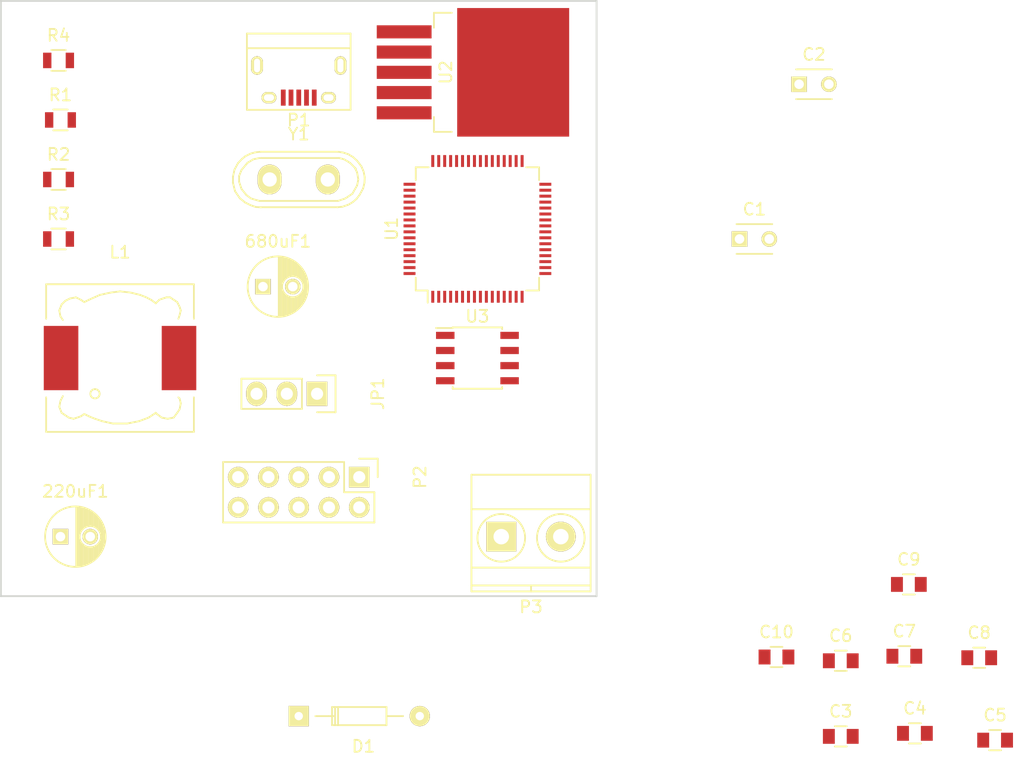
<source format=kicad_pcb>
(kicad_pcb (version 4) (host pcbnew 4.0.3-stable)

  (general
    (links 83)
    (no_connects 83)
    (area 49.924999 49.924999 100.075001 100.075001)
    (thickness 1.6)
    (drawings 4)
    (tracks 0)
    (zones 0)
    (modules 26)
    (nets 58)
  )

  (page A4)
  (layers
    (0 F.Cu signal)
    (31 B.Cu signal)
    (32 B.Adhes user)
    (33 F.Adhes user)
    (34 B.Paste user)
    (35 F.Paste user)
    (36 B.SilkS user)
    (37 F.SilkS user)
    (38 B.Mask user)
    (39 F.Mask user)
    (40 Dwgs.User user)
    (41 Cmts.User user)
    (42 Eco1.User user)
    (43 Eco2.User user)
    (44 Edge.Cuts user)
    (45 Margin user)
    (46 B.CrtYd user)
    (47 F.CrtYd user)
    (48 B.Fab user)
    (49 F.Fab user)
  )

  (setup
    (last_trace_width 0.25)
    (trace_clearance 0.2)
    (zone_clearance 0.508)
    (zone_45_only no)
    (trace_min 0.2)
    (segment_width 0.2)
    (edge_width 0.15)
    (via_size 0.6)
    (via_drill 0.4)
    (via_min_size 0.4)
    (via_min_drill 0.3)
    (uvia_size 0.3)
    (uvia_drill 0.1)
    (uvias_allowed no)
    (uvia_min_size 0.2)
    (uvia_min_drill 0.1)
    (pcb_text_width 0.3)
    (pcb_text_size 1.5 1.5)
    (mod_edge_width 0.15)
    (mod_text_size 1 1)
    (mod_text_width 0.15)
    (pad_size 1.524 1.524)
    (pad_drill 0.762)
    (pad_to_mask_clearance 0.2)
    (aux_axis_origin 0 0)
    (visible_elements FFFFFF7F)
    (pcbplotparams
      (layerselection 0x00030_80000001)
      (usegerberextensions false)
      (excludeedgelayer true)
      (linewidth 0.100000)
      (plotframeref false)
      (viasonmask false)
      (mode 1)
      (useauxorigin false)
      (hpglpennumber 1)
      (hpglpenspeed 20)
      (hpglpendiameter 15)
      (hpglpenoverlay 2)
      (psnegative false)
      (psa4output false)
      (plotreference true)
      (plotvalue true)
      (plotinvisibletext false)
      (padsonsilk false)
      (subtractmaskfromsilk false)
      (outputformat 1)
      (mirror false)
      (drillshape 1)
      (scaleselection 1)
      (outputdirectory ""))
  )

  (net 0 "")
  (net 1 GND)
  (net 2 +3V3)
  (net 3 "Net-(680uF1-Pad1)")
  (net 4 "Net-(C1-Pad1)")
  (net 5 "Net-(C2-Pad1)")
  (net 6 /VCORE)
  (net 7 "Net-(JP1-Pad3)")
  (net 8 /DM)
  (net 9 /DP)
  (net 10 "Net-(P1-Pad6)")
  (net 11 "Net-(P2-Pad1)")
  (net 12 "Net-(P2-Pad2)")
  (net 13 "Net-(P2-Pad5)")
  (net 14 "Net-(P2-Pad6)")
  (net 15 "Net-(R1-Pad1)")
  (net 16 "Net-(R2-Pad2)")
  (net 17 "Net-(R4-Pad1)")
  (net 18 "Net-(R4-Pad2)")
  (net 19 "Net-(D1-Pad1)")
  (net 20 "Net-(U1-Pad63)")
  (net 21 "Net-(U1-Pad62)")
  (net 22 +24V)
  (net 23 "Net-(P1-Pad4)")
  (net 24 "Net-(P2-Pad7)")
  (net 25 "Net-(P2-Pad9)")
  (net 26 "Net-(P2-Pad10)")
  (net 27 "Net-(U1-Pad21)")
  (net 28 "Net-(U1-Pad22)")
  (net 29 "Net-(U1-Pad23)")
  (net 30 "Net-(U1-Pad24)")
  (net 31 "Net-(U1-Pad26)")
  (net 32 "Net-(U1-Pad27)")
  (net 33 "Net-(U1-Pad28)")
  (net 34 "Net-(U1-Pad29)")
  (net 35 "Net-(U1-Pad30)")
  (net 36 "Net-(U1-Pad32)")
  (net 37 "Net-(U1-Pad33)")
  (net 38 "Net-(U1-Pad34)")
  (net 39 "Net-(U1-Pad36)")
  (net 40 "Net-(U1-Pad38)")
  (net 41 "Net-(U1-Pad39)")
  (net 42 "Net-(U1-Pad40)")
  (net 43 "Net-(U1-Pad41)")
  (net 44 "Net-(U1-Pad43)")
  (net 45 "Net-(U1-Pad44)")
  (net 46 "Net-(U1-Pad45)")
  (net 47 "Net-(U1-Pad46)")
  (net 48 "Net-(U1-Pad48)")
  (net 49 "Net-(U1-Pad52)")
  (net 50 "Net-(U1-Pad53)")
  (net 51 "Net-(U1-Pad54)")
  (net 52 "Net-(U1-Pad55)")
  (net 53 "Net-(U1-Pad57)")
  (net 54 "Net-(U1-Pad58)")
  (net 55 "Net-(U1-Pad59)")
  (net 56 "Net-(U1-Pad60)")
  (net 57 "Net-(U3-Pad7)")

  (net_class Default "This is the default net class."
    (clearance 0.2)
    (trace_width 0.25)
    (via_dia 0.6)
    (via_drill 0.4)
    (uvia_dia 0.3)
    (uvia_drill 0.1)
    (add_net +24V)
    (add_net +3V3)
    (add_net /DM)
    (add_net /DP)
    (add_net /VCORE)
    (add_net GND)
    (add_net "Net-(680uF1-Pad1)")
    (add_net "Net-(C1-Pad1)")
    (add_net "Net-(C2-Pad1)")
    (add_net "Net-(D1-Pad1)")
    (add_net "Net-(JP1-Pad3)")
    (add_net "Net-(P1-Pad4)")
    (add_net "Net-(P1-Pad6)")
    (add_net "Net-(P2-Pad1)")
    (add_net "Net-(P2-Pad10)")
    (add_net "Net-(P2-Pad2)")
    (add_net "Net-(P2-Pad5)")
    (add_net "Net-(P2-Pad6)")
    (add_net "Net-(P2-Pad7)")
    (add_net "Net-(P2-Pad9)")
    (add_net "Net-(R1-Pad1)")
    (add_net "Net-(R2-Pad2)")
    (add_net "Net-(R4-Pad1)")
    (add_net "Net-(R4-Pad2)")
    (add_net "Net-(U1-Pad21)")
    (add_net "Net-(U1-Pad22)")
    (add_net "Net-(U1-Pad23)")
    (add_net "Net-(U1-Pad24)")
    (add_net "Net-(U1-Pad26)")
    (add_net "Net-(U1-Pad27)")
    (add_net "Net-(U1-Pad28)")
    (add_net "Net-(U1-Pad29)")
    (add_net "Net-(U1-Pad30)")
    (add_net "Net-(U1-Pad32)")
    (add_net "Net-(U1-Pad33)")
    (add_net "Net-(U1-Pad34)")
    (add_net "Net-(U1-Pad36)")
    (add_net "Net-(U1-Pad38)")
    (add_net "Net-(U1-Pad39)")
    (add_net "Net-(U1-Pad40)")
    (add_net "Net-(U1-Pad41)")
    (add_net "Net-(U1-Pad43)")
    (add_net "Net-(U1-Pad44)")
    (add_net "Net-(U1-Pad45)")
    (add_net "Net-(U1-Pad46)")
    (add_net "Net-(U1-Pad48)")
    (add_net "Net-(U1-Pad52)")
    (add_net "Net-(U1-Pad53)")
    (add_net "Net-(U1-Pad54)")
    (add_net "Net-(U1-Pad55)")
    (add_net "Net-(U1-Pad57)")
    (add_net "Net-(U1-Pad58)")
    (add_net "Net-(U1-Pad59)")
    (add_net "Net-(U1-Pad60)")
    (add_net "Net-(U1-Pad62)")
    (add_net "Net-(U1-Pad63)")
    (add_net "Net-(U3-Pad7)")
  )

  (module Capacitors_ThroughHole:C_Radial_D5_L6_P2.5 (layer F.Cu) (tedit 0) (tstamp 57D334DE)
    (at 55 95)
    (descr "Radial Electrolytic Capacitor Diameter 5mm x Length 6mm, Pitch 2.5mm")
    (tags "Electrolytic Capacitor")
    (path /57D3D83A)
    (fp_text reference 220uF1 (at 1.25 -3.8) (layer F.SilkS)
      (effects (font (size 1 1) (thickness 0.15)))
    )
    (fp_text value C (at 1.25 3.8) (layer F.Fab)
      (effects (font (size 1 1) (thickness 0.15)))
    )
    (fp_line (start 1.325 -2.499) (end 1.325 2.499) (layer F.SilkS) (width 0.15))
    (fp_line (start 1.465 -2.491) (end 1.465 2.491) (layer F.SilkS) (width 0.15))
    (fp_line (start 1.605 -2.475) (end 1.605 -0.095) (layer F.SilkS) (width 0.15))
    (fp_line (start 1.605 0.095) (end 1.605 2.475) (layer F.SilkS) (width 0.15))
    (fp_line (start 1.745 -2.451) (end 1.745 -0.49) (layer F.SilkS) (width 0.15))
    (fp_line (start 1.745 0.49) (end 1.745 2.451) (layer F.SilkS) (width 0.15))
    (fp_line (start 1.885 -2.418) (end 1.885 -0.657) (layer F.SilkS) (width 0.15))
    (fp_line (start 1.885 0.657) (end 1.885 2.418) (layer F.SilkS) (width 0.15))
    (fp_line (start 2.025 -2.377) (end 2.025 -0.764) (layer F.SilkS) (width 0.15))
    (fp_line (start 2.025 0.764) (end 2.025 2.377) (layer F.SilkS) (width 0.15))
    (fp_line (start 2.165 -2.327) (end 2.165 -0.835) (layer F.SilkS) (width 0.15))
    (fp_line (start 2.165 0.835) (end 2.165 2.327) (layer F.SilkS) (width 0.15))
    (fp_line (start 2.305 -2.266) (end 2.305 -0.879) (layer F.SilkS) (width 0.15))
    (fp_line (start 2.305 0.879) (end 2.305 2.266) (layer F.SilkS) (width 0.15))
    (fp_line (start 2.445 -2.196) (end 2.445 -0.898) (layer F.SilkS) (width 0.15))
    (fp_line (start 2.445 0.898) (end 2.445 2.196) (layer F.SilkS) (width 0.15))
    (fp_line (start 2.585 -2.114) (end 2.585 -0.896) (layer F.SilkS) (width 0.15))
    (fp_line (start 2.585 0.896) (end 2.585 2.114) (layer F.SilkS) (width 0.15))
    (fp_line (start 2.725 -2.019) (end 2.725 -0.871) (layer F.SilkS) (width 0.15))
    (fp_line (start 2.725 0.871) (end 2.725 2.019) (layer F.SilkS) (width 0.15))
    (fp_line (start 2.865 -1.908) (end 2.865 -0.823) (layer F.SilkS) (width 0.15))
    (fp_line (start 2.865 0.823) (end 2.865 1.908) (layer F.SilkS) (width 0.15))
    (fp_line (start 3.005 -1.78) (end 3.005 -0.745) (layer F.SilkS) (width 0.15))
    (fp_line (start 3.005 0.745) (end 3.005 1.78) (layer F.SilkS) (width 0.15))
    (fp_line (start 3.145 -1.631) (end 3.145 -0.628) (layer F.SilkS) (width 0.15))
    (fp_line (start 3.145 0.628) (end 3.145 1.631) (layer F.SilkS) (width 0.15))
    (fp_line (start 3.285 -1.452) (end 3.285 -0.44) (layer F.SilkS) (width 0.15))
    (fp_line (start 3.285 0.44) (end 3.285 1.452) (layer F.SilkS) (width 0.15))
    (fp_line (start 3.425 -1.233) (end 3.425 1.233) (layer F.SilkS) (width 0.15))
    (fp_line (start 3.565 -0.944) (end 3.565 0.944) (layer F.SilkS) (width 0.15))
    (fp_line (start 3.705 -0.472) (end 3.705 0.472) (layer F.SilkS) (width 0.15))
    (fp_circle (center 2.5 0) (end 2.5 -0.9) (layer F.SilkS) (width 0.15))
    (fp_circle (center 1.25 0) (end 1.25 -2.5375) (layer F.SilkS) (width 0.15))
    (fp_circle (center 1.25 0) (end 1.25 -2.8) (layer F.CrtYd) (width 0.05))
    (pad 1 thru_hole rect (at 0 0) (size 1.3 1.3) (drill 0.8) (layers *.Cu *.Mask F.SilkS)
      (net 2 +3V3))
    (pad 2 thru_hole circle (at 2.5 0) (size 1.3 1.3) (drill 0.8) (layers *.Cu *.Mask F.SilkS)
      (net 1 GND))
    (model Capacitors_ThroughHole.3dshapes/C_Radial_D5_L6_P2.5.wrl
      (at (xyz 0.0492126 0 0))
      (scale (xyz 1 1 1))
      (rotate (xyz 0 0 90))
    )
  )

  (module Capacitors_ThroughHole:C_Radial_D5_L6_P2.5 (layer F.Cu) (tedit 0) (tstamp 57D33506)
    (at 72 74)
    (descr "Radial Electrolytic Capacitor Diameter 5mm x Length 6mm, Pitch 2.5mm")
    (tags "Electrolytic Capacitor")
    (path /57D3BFAF)
    (fp_text reference 680uF1 (at 1.25 -3.8) (layer F.SilkS)
      (effects (font (size 1 1) (thickness 0.15)))
    )
    (fp_text value C (at 1.25 3.8) (layer F.Fab)
      (effects (font (size 1 1) (thickness 0.15)))
    )
    (fp_line (start 1.325 -2.499) (end 1.325 2.499) (layer F.SilkS) (width 0.15))
    (fp_line (start 1.465 -2.491) (end 1.465 2.491) (layer F.SilkS) (width 0.15))
    (fp_line (start 1.605 -2.475) (end 1.605 -0.095) (layer F.SilkS) (width 0.15))
    (fp_line (start 1.605 0.095) (end 1.605 2.475) (layer F.SilkS) (width 0.15))
    (fp_line (start 1.745 -2.451) (end 1.745 -0.49) (layer F.SilkS) (width 0.15))
    (fp_line (start 1.745 0.49) (end 1.745 2.451) (layer F.SilkS) (width 0.15))
    (fp_line (start 1.885 -2.418) (end 1.885 -0.657) (layer F.SilkS) (width 0.15))
    (fp_line (start 1.885 0.657) (end 1.885 2.418) (layer F.SilkS) (width 0.15))
    (fp_line (start 2.025 -2.377) (end 2.025 -0.764) (layer F.SilkS) (width 0.15))
    (fp_line (start 2.025 0.764) (end 2.025 2.377) (layer F.SilkS) (width 0.15))
    (fp_line (start 2.165 -2.327) (end 2.165 -0.835) (layer F.SilkS) (width 0.15))
    (fp_line (start 2.165 0.835) (end 2.165 2.327) (layer F.SilkS) (width 0.15))
    (fp_line (start 2.305 -2.266) (end 2.305 -0.879) (layer F.SilkS) (width 0.15))
    (fp_line (start 2.305 0.879) (end 2.305 2.266) (layer F.SilkS) (width 0.15))
    (fp_line (start 2.445 -2.196) (end 2.445 -0.898) (layer F.SilkS) (width 0.15))
    (fp_line (start 2.445 0.898) (end 2.445 2.196) (layer F.SilkS) (width 0.15))
    (fp_line (start 2.585 -2.114) (end 2.585 -0.896) (layer F.SilkS) (width 0.15))
    (fp_line (start 2.585 0.896) (end 2.585 2.114) (layer F.SilkS) (width 0.15))
    (fp_line (start 2.725 -2.019) (end 2.725 -0.871) (layer F.SilkS) (width 0.15))
    (fp_line (start 2.725 0.871) (end 2.725 2.019) (layer F.SilkS) (width 0.15))
    (fp_line (start 2.865 -1.908) (end 2.865 -0.823) (layer F.SilkS) (width 0.15))
    (fp_line (start 2.865 0.823) (end 2.865 1.908) (layer F.SilkS) (width 0.15))
    (fp_line (start 3.005 -1.78) (end 3.005 -0.745) (layer F.SilkS) (width 0.15))
    (fp_line (start 3.005 0.745) (end 3.005 1.78) (layer F.SilkS) (width 0.15))
    (fp_line (start 3.145 -1.631) (end 3.145 -0.628) (layer F.SilkS) (width 0.15))
    (fp_line (start 3.145 0.628) (end 3.145 1.631) (layer F.SilkS) (width 0.15))
    (fp_line (start 3.285 -1.452) (end 3.285 -0.44) (layer F.SilkS) (width 0.15))
    (fp_line (start 3.285 0.44) (end 3.285 1.452) (layer F.SilkS) (width 0.15))
    (fp_line (start 3.425 -1.233) (end 3.425 1.233) (layer F.SilkS) (width 0.15))
    (fp_line (start 3.565 -0.944) (end 3.565 0.944) (layer F.SilkS) (width 0.15))
    (fp_line (start 3.705 -0.472) (end 3.705 0.472) (layer F.SilkS) (width 0.15))
    (fp_circle (center 2.5 0) (end 2.5 -0.9) (layer F.SilkS) (width 0.15))
    (fp_circle (center 1.25 0) (end 1.25 -2.5375) (layer F.SilkS) (width 0.15))
    (fp_circle (center 1.25 0) (end 1.25 -2.8) (layer F.CrtYd) (width 0.05))
    (pad 1 thru_hole rect (at 0 0) (size 1.3 1.3) (drill 0.8) (layers *.Cu *.Mask F.SilkS)
      (net 3 "Net-(680uF1-Pad1)"))
    (pad 2 thru_hole circle (at 2.5 0) (size 1.3 1.3) (drill 0.8) (layers *.Cu *.Mask F.SilkS)
      (net 1 GND))
    (model Capacitors_ThroughHole.3dshapes/C_Radial_D5_L6_P2.5.wrl
      (at (xyz 0.0492126 0 0))
      (scale (xyz 1 1 1))
      (rotate (xyz 0 0 90))
    )
  )

  (module Capacitors_ThroughHole:C_Disc_D3_P2.5 (layer F.Cu) (tedit 0) (tstamp 57D33512)
    (at 112 70)
    (descr "Capacitor 3mm Disc, Pitch 2.5mm")
    (tags Capacitor)
    (path /57B9073C)
    (fp_text reference C1 (at 1.25 -2.5) (layer F.SilkS)
      (effects (font (size 1 1) (thickness 0.15)))
    )
    (fp_text value 27pF (at 1.25 2.5) (layer F.Fab)
      (effects (font (size 1 1) (thickness 0.15)))
    )
    (fp_line (start -0.9 -1.5) (end 3.4 -1.5) (layer F.CrtYd) (width 0.05))
    (fp_line (start 3.4 -1.5) (end 3.4 1.5) (layer F.CrtYd) (width 0.05))
    (fp_line (start 3.4 1.5) (end -0.9 1.5) (layer F.CrtYd) (width 0.05))
    (fp_line (start -0.9 1.5) (end -0.9 -1.5) (layer F.CrtYd) (width 0.05))
    (fp_line (start -0.25 -1.25) (end 2.75 -1.25) (layer F.SilkS) (width 0.15))
    (fp_line (start 2.75 1.25) (end -0.25 1.25) (layer F.SilkS) (width 0.15))
    (pad 1 thru_hole rect (at 0 0) (size 1.3 1.3) (drill 0.8) (layers *.Cu *.Mask F.SilkS)
      (net 4 "Net-(C1-Pad1)"))
    (pad 2 thru_hole circle (at 2.5 0) (size 1.3 1.3) (drill 0.8001) (layers *.Cu *.Mask F.SilkS)
      (net 1 GND))
    (model Capacitors_ThroughHole.3dshapes/C_Disc_D3_P2.5.wrl
      (at (xyz 0.0492126 0 0))
      (scale (xyz 1 1 1))
      (rotate (xyz 0 0 0))
    )
  )

  (module Capacitors_ThroughHole:C_Disc_D3_P2.5 (layer F.Cu) (tedit 0) (tstamp 57D3351E)
    (at 117 57)
    (descr "Capacitor 3mm Disc, Pitch 2.5mm")
    (tags Capacitor)
    (path /57B9085F)
    (fp_text reference C2 (at 1.25 -2.5) (layer F.SilkS)
      (effects (font (size 1 1) (thickness 0.15)))
    )
    (fp_text value 27pF (at 1.25 2.5) (layer F.Fab)
      (effects (font (size 1 1) (thickness 0.15)))
    )
    (fp_line (start -0.9 -1.5) (end 3.4 -1.5) (layer F.CrtYd) (width 0.05))
    (fp_line (start 3.4 -1.5) (end 3.4 1.5) (layer F.CrtYd) (width 0.05))
    (fp_line (start 3.4 1.5) (end -0.9 1.5) (layer F.CrtYd) (width 0.05))
    (fp_line (start -0.9 1.5) (end -0.9 -1.5) (layer F.CrtYd) (width 0.05))
    (fp_line (start -0.25 -1.25) (end 2.75 -1.25) (layer F.SilkS) (width 0.15))
    (fp_line (start 2.75 1.25) (end -0.25 1.25) (layer F.SilkS) (width 0.15))
    (pad 1 thru_hole rect (at 0 0) (size 1.3 1.3) (drill 0.8) (layers *.Cu *.Mask F.SilkS)
      (net 5 "Net-(C2-Pad1)"))
    (pad 2 thru_hole circle (at 2.5 0) (size 1.3 1.3) (drill 0.8001) (layers *.Cu *.Mask F.SilkS)
      (net 1 GND))
    (model Capacitors_ThroughHole.3dshapes/C_Disc_D3_P2.5.wrl
      (at (xyz 0.0492126 0 0))
      (scale (xyz 1 1 1))
      (rotate (xyz 0 0 0))
    )
  )

  (module Capacitors_SMD:C_0805 (layer F.Cu) (tedit 5415D6EA) (tstamp 57D3352A)
    (at 120.4985 111.7755)
    (descr "Capacitor SMD 0805, reflow soldering, AVX (see smccp.pdf)")
    (tags "capacitor 0805")
    (path /57B94443)
    (attr smd)
    (fp_text reference C3 (at 0 -2.1) (layer F.SilkS)
      (effects (font (size 1 1) (thickness 0.15)))
    )
    (fp_text value 100nF (at 0 2.1) (layer F.Fab)
      (effects (font (size 1 1) (thickness 0.15)))
    )
    (fp_line (start -1.8 -1) (end 1.8 -1) (layer F.CrtYd) (width 0.05))
    (fp_line (start -1.8 1) (end 1.8 1) (layer F.CrtYd) (width 0.05))
    (fp_line (start -1.8 -1) (end -1.8 1) (layer F.CrtYd) (width 0.05))
    (fp_line (start 1.8 -1) (end 1.8 1) (layer F.CrtYd) (width 0.05))
    (fp_line (start 0.5 -0.85) (end -0.5 -0.85) (layer F.SilkS) (width 0.15))
    (fp_line (start -0.5 0.85) (end 0.5 0.85) (layer F.SilkS) (width 0.15))
    (pad 1 smd rect (at -1 0) (size 1 1.25) (layers F.Cu F.Paste F.Mask)
      (net 6 /VCORE))
    (pad 2 smd rect (at 1 0) (size 1 1.25) (layers F.Cu F.Paste F.Mask)
      (net 1 GND))
    (model Capacitors_SMD.3dshapes/C_0805.wrl
      (at (xyz 0 0 0))
      (scale (xyz 1 1 1))
      (rotate (xyz 0 0 0))
    )
  )

  (module Capacitors_SMD:C_0805 (layer F.Cu) (tedit 5415D6EA) (tstamp 57D33536)
    (at 126.7215 111.5215)
    (descr "Capacitor SMD 0805, reflow soldering, AVX (see smccp.pdf)")
    (tags "capacitor 0805")
    (path /57B9D915)
    (attr smd)
    (fp_text reference C4 (at 0 -2.1) (layer F.SilkS)
      (effects (font (size 1 1) (thickness 0.15)))
    )
    (fp_text value 100nF (at 0 2.1) (layer F.Fab)
      (effects (font (size 1 1) (thickness 0.15)))
    )
    (fp_line (start -1.8 -1) (end 1.8 -1) (layer F.CrtYd) (width 0.05))
    (fp_line (start -1.8 1) (end 1.8 1) (layer F.CrtYd) (width 0.05))
    (fp_line (start -1.8 -1) (end -1.8 1) (layer F.CrtYd) (width 0.05))
    (fp_line (start 1.8 -1) (end 1.8 1) (layer F.CrtYd) (width 0.05))
    (fp_line (start 0.5 -0.85) (end -0.5 -0.85) (layer F.SilkS) (width 0.15))
    (fp_line (start -0.5 0.85) (end 0.5 0.85) (layer F.SilkS) (width 0.15))
    (pad 1 smd rect (at -1 0) (size 1 1.25) (layers F.Cu F.Paste F.Mask)
      (net 6 /VCORE))
    (pad 2 smd rect (at 1 0) (size 1 1.25) (layers F.Cu F.Paste F.Mask)
      (net 1 GND))
    (model Capacitors_SMD.3dshapes/C_0805.wrl
      (at (xyz 0 0 0))
      (scale (xyz 1 1 1))
      (rotate (xyz 0 0 0))
    )
  )

  (module Capacitors_SMD:C_0805 (layer F.Cu) (tedit 5415D6EA) (tstamp 57D33542)
    (at 133.4525 112.093)
    (descr "Capacitor SMD 0805, reflow soldering, AVX (see smccp.pdf)")
    (tags "capacitor 0805")
    (path /57B9D952)
    (attr smd)
    (fp_text reference C5 (at 0 -2.1) (layer F.SilkS)
      (effects (font (size 1 1) (thickness 0.15)))
    )
    (fp_text value 100nF (at 0 2.1) (layer F.Fab)
      (effects (font (size 1 1) (thickness 0.15)))
    )
    (fp_line (start -1.8 -1) (end 1.8 -1) (layer F.CrtYd) (width 0.05))
    (fp_line (start -1.8 1) (end 1.8 1) (layer F.CrtYd) (width 0.05))
    (fp_line (start -1.8 -1) (end -1.8 1) (layer F.CrtYd) (width 0.05))
    (fp_line (start 1.8 -1) (end 1.8 1) (layer F.CrtYd) (width 0.05))
    (fp_line (start 0.5 -0.85) (end -0.5 -0.85) (layer F.SilkS) (width 0.15))
    (fp_line (start -0.5 0.85) (end 0.5 0.85) (layer F.SilkS) (width 0.15))
    (pad 1 smd rect (at -1 0) (size 1 1.25) (layers F.Cu F.Paste F.Mask)
      (net 6 /VCORE))
    (pad 2 smd rect (at 1 0) (size 1 1.25) (layers F.Cu F.Paste F.Mask)
      (net 1 GND))
    (model Capacitors_SMD.3dshapes/C_0805.wrl
      (at (xyz 0 0 0))
      (scale (xyz 1 1 1))
      (rotate (xyz 0 0 0))
    )
  )

  (module Capacitors_SMD:C_0805 (layer F.Cu) (tedit 5415D6EA) (tstamp 57D3354E)
    (at 120.4985 105.4255)
    (descr "Capacitor SMD 0805, reflow soldering, AVX (see smccp.pdf)")
    (tags "capacitor 0805")
    (path /57B9D996)
    (attr smd)
    (fp_text reference C6 (at 0 -2.1) (layer F.SilkS)
      (effects (font (size 1 1) (thickness 0.15)))
    )
    (fp_text value 100nF (at 0 2.1) (layer F.Fab)
      (effects (font (size 1 1) (thickness 0.15)))
    )
    (fp_line (start -1.8 -1) (end 1.8 -1) (layer F.CrtYd) (width 0.05))
    (fp_line (start -1.8 1) (end 1.8 1) (layer F.CrtYd) (width 0.05))
    (fp_line (start -1.8 -1) (end -1.8 1) (layer F.CrtYd) (width 0.05))
    (fp_line (start 1.8 -1) (end 1.8 1) (layer F.CrtYd) (width 0.05))
    (fp_line (start 0.5 -0.85) (end -0.5 -0.85) (layer F.SilkS) (width 0.15))
    (fp_line (start -0.5 0.85) (end 0.5 0.85) (layer F.SilkS) (width 0.15))
    (pad 1 smd rect (at -1 0) (size 1 1.25) (layers F.Cu F.Paste F.Mask)
      (net 2 +3V3))
    (pad 2 smd rect (at 1 0) (size 1 1.25) (layers F.Cu F.Paste F.Mask)
      (net 1 GND))
    (model Capacitors_SMD.3dshapes/C_0805.wrl
      (at (xyz 0 0 0))
      (scale (xyz 1 1 1))
      (rotate (xyz 0 0 0))
    )
  )

  (module Capacitors_SMD:C_0805 (layer F.Cu) (tedit 5415D6EA) (tstamp 57D3355A)
    (at 125.8325 105.0445)
    (descr "Capacitor SMD 0805, reflow soldering, AVX (see smccp.pdf)")
    (tags "capacitor 0805")
    (path /57B9D9D7)
    (attr smd)
    (fp_text reference C7 (at 0 -2.1) (layer F.SilkS)
      (effects (font (size 1 1) (thickness 0.15)))
    )
    (fp_text value 100nF (at 0 2.1) (layer F.Fab)
      (effects (font (size 1 1) (thickness 0.15)))
    )
    (fp_line (start -1.8 -1) (end 1.8 -1) (layer F.CrtYd) (width 0.05))
    (fp_line (start -1.8 1) (end 1.8 1) (layer F.CrtYd) (width 0.05))
    (fp_line (start -1.8 -1) (end -1.8 1) (layer F.CrtYd) (width 0.05))
    (fp_line (start 1.8 -1) (end 1.8 1) (layer F.CrtYd) (width 0.05))
    (fp_line (start 0.5 -0.85) (end -0.5 -0.85) (layer F.SilkS) (width 0.15))
    (fp_line (start -0.5 0.85) (end 0.5 0.85) (layer F.SilkS) (width 0.15))
    (pad 1 smd rect (at -1 0) (size 1 1.25) (layers F.Cu F.Paste F.Mask)
      (net 2 +3V3))
    (pad 2 smd rect (at 1 0) (size 1 1.25) (layers F.Cu F.Paste F.Mask)
      (net 1 GND))
    (model Capacitors_SMD.3dshapes/C_0805.wrl
      (at (xyz 0 0 0))
      (scale (xyz 1 1 1))
      (rotate (xyz 0 0 0))
    )
  )

  (module Capacitors_SMD:C_0805 (layer F.Cu) (tedit 5415D6EA) (tstamp 57D33566)
    (at 132.119 105.1715)
    (descr "Capacitor SMD 0805, reflow soldering, AVX (see smccp.pdf)")
    (tags "capacitor 0805")
    (path /57B9DA1B)
    (attr smd)
    (fp_text reference C8 (at 0 -2.1) (layer F.SilkS)
      (effects (font (size 1 1) (thickness 0.15)))
    )
    (fp_text value 100nF (at 0 2.1) (layer F.Fab)
      (effects (font (size 1 1) (thickness 0.15)))
    )
    (fp_line (start -1.8 -1) (end 1.8 -1) (layer F.CrtYd) (width 0.05))
    (fp_line (start -1.8 1) (end 1.8 1) (layer F.CrtYd) (width 0.05))
    (fp_line (start -1.8 -1) (end -1.8 1) (layer F.CrtYd) (width 0.05))
    (fp_line (start 1.8 -1) (end 1.8 1) (layer F.CrtYd) (width 0.05))
    (fp_line (start 0.5 -0.85) (end -0.5 -0.85) (layer F.SilkS) (width 0.15))
    (fp_line (start -0.5 0.85) (end 0.5 0.85) (layer F.SilkS) (width 0.15))
    (pad 1 smd rect (at -1 0) (size 1 1.25) (layers F.Cu F.Paste F.Mask)
      (net 2 +3V3))
    (pad 2 smd rect (at 1 0) (size 1 1.25) (layers F.Cu F.Paste F.Mask)
      (net 1 GND))
    (model Capacitors_SMD.3dshapes/C_0805.wrl
      (at (xyz 0 0 0))
      (scale (xyz 1 1 1))
      (rotate (xyz 0 0 0))
    )
  )

  (module Capacitors_SMD:C_0805 (layer F.Cu) (tedit 5415D6EA) (tstamp 57D33572)
    (at 126.2135 99.012)
    (descr "Capacitor SMD 0805, reflow soldering, AVX (see smccp.pdf)")
    (tags "capacitor 0805")
    (path /57B9DA62)
    (attr smd)
    (fp_text reference C9 (at 0 -2.1) (layer F.SilkS)
      (effects (font (size 1 1) (thickness 0.15)))
    )
    (fp_text value 100nF (at 0 2.1) (layer F.Fab)
      (effects (font (size 1 1) (thickness 0.15)))
    )
    (fp_line (start -1.8 -1) (end 1.8 -1) (layer F.CrtYd) (width 0.05))
    (fp_line (start -1.8 1) (end 1.8 1) (layer F.CrtYd) (width 0.05))
    (fp_line (start -1.8 -1) (end -1.8 1) (layer F.CrtYd) (width 0.05))
    (fp_line (start 1.8 -1) (end 1.8 1) (layer F.CrtYd) (width 0.05))
    (fp_line (start 0.5 -0.85) (end -0.5 -0.85) (layer F.SilkS) (width 0.15))
    (fp_line (start -0.5 0.85) (end 0.5 0.85) (layer F.SilkS) (width 0.15))
    (pad 1 smd rect (at -1 0) (size 1 1.25) (layers F.Cu F.Paste F.Mask)
      (net 2 +3V3))
    (pad 2 smd rect (at 1 0) (size 1 1.25) (layers F.Cu F.Paste F.Mask)
      (net 1 GND))
    (model Capacitors_SMD.3dshapes/C_0805.wrl
      (at (xyz 0 0 0))
      (scale (xyz 1 1 1))
      (rotate (xyz 0 0 0))
    )
  )

  (module Capacitors_SMD:C_0805 (layer F.Cu) (tedit 5415D6EA) (tstamp 57D3357E)
    (at 115.101 105.108)
    (descr "Capacitor SMD 0805, reflow soldering, AVX (see smccp.pdf)")
    (tags "capacitor 0805")
    (path /57B925FD)
    (attr smd)
    (fp_text reference C10 (at 0 -2.1) (layer F.SilkS)
      (effects (font (size 1 1) (thickness 0.15)))
    )
    (fp_text value 3.3uF (at 0 2.1) (layer F.Fab)
      (effects (font (size 1 1) (thickness 0.15)))
    )
    (fp_line (start -1.8 -1) (end 1.8 -1) (layer F.CrtYd) (width 0.05))
    (fp_line (start -1.8 1) (end 1.8 1) (layer F.CrtYd) (width 0.05))
    (fp_line (start -1.8 -1) (end -1.8 1) (layer F.CrtYd) (width 0.05))
    (fp_line (start 1.8 -1) (end 1.8 1) (layer F.CrtYd) (width 0.05))
    (fp_line (start 0.5 -0.85) (end -0.5 -0.85) (layer F.SilkS) (width 0.15))
    (fp_line (start -0.5 0.85) (end 0.5 0.85) (layer F.SilkS) (width 0.15))
    (pad 1 smd rect (at -1 0) (size 1 1.25) (layers F.Cu F.Paste F.Mask)
      (net 6 /VCORE))
    (pad 2 smd rect (at 1 0) (size 1 1.25) (layers F.Cu F.Paste F.Mask)
      (net 1 GND))
    (model Capacitors_SMD.3dshapes/C_0805.wrl
      (at (xyz 0 0 0))
      (scale (xyz 1 1 1))
      (rotate (xyz 0 0 0))
    )
  )

  (module Pin_Headers:Pin_Header_Straight_1x03 (layer F.Cu) (tedit 0) (tstamp 57D33590)
    (at 76.54 83 270)
    (descr "Through hole pin header")
    (tags "pin header")
    (path /57D3862D)
    (fp_text reference JP1 (at 0 -5.1 270) (layer F.SilkS)
      (effects (font (size 1 1) (thickness 0.15)))
    )
    (fp_text value JUMPER3 (at 0 -3.1 270) (layer F.Fab)
      (effects (font (size 1 1) (thickness 0.15)))
    )
    (fp_line (start -1.75 -1.75) (end -1.75 6.85) (layer F.CrtYd) (width 0.05))
    (fp_line (start 1.75 -1.75) (end 1.75 6.85) (layer F.CrtYd) (width 0.05))
    (fp_line (start -1.75 -1.75) (end 1.75 -1.75) (layer F.CrtYd) (width 0.05))
    (fp_line (start -1.75 6.85) (end 1.75 6.85) (layer F.CrtYd) (width 0.05))
    (fp_line (start -1.27 1.27) (end -1.27 6.35) (layer F.SilkS) (width 0.15))
    (fp_line (start -1.27 6.35) (end 1.27 6.35) (layer F.SilkS) (width 0.15))
    (fp_line (start 1.27 6.35) (end 1.27 1.27) (layer F.SilkS) (width 0.15))
    (fp_line (start 1.55 -1.55) (end 1.55 0) (layer F.SilkS) (width 0.15))
    (fp_line (start 1.27 1.27) (end -1.27 1.27) (layer F.SilkS) (width 0.15))
    (fp_line (start -1.55 0) (end -1.55 -1.55) (layer F.SilkS) (width 0.15))
    (fp_line (start -1.55 -1.55) (end 1.55 -1.55) (layer F.SilkS) (width 0.15))
    (pad 1 thru_hole rect (at 0 0 270) (size 2.032 1.7272) (drill 1.016) (layers *.Cu *.Mask F.SilkS)
      (net 22 +24V))
    (pad 2 thru_hole oval (at 0 2.54 270) (size 2.032 1.7272) (drill 1.016) (layers *.Cu *.Mask F.SilkS)
      (net 3 "Net-(680uF1-Pad1)"))
    (pad 3 thru_hole oval (at 0 5.08 270) (size 2.032 1.7272) (drill 1.016) (layers *.Cu *.Mask F.SilkS)
      (net 7 "Net-(JP1-Pad3)"))
    (model Pin_Headers.3dshapes/Pin_Header_Straight_1x03.wrl
      (at (xyz 0 -0.1 0))
      (scale (xyz 1 1 1))
      (rotate (xyz 0 0 90))
    )
  )

  (module Choke_SMD:Choke_SMD_12x12mm_h8mm (layer F.Cu) (tedit 556FDBC5) (tstamp 57D335D8)
    (at 60 80)
    (descr "Choke, SMD, 12x12mm 8mm height")
    (tags "Choke, SMD")
    (path /57D3CD4A)
    (attr smd)
    (fp_text reference L1 (at 0 -8.89) (layer F.SilkS)
      (effects (font (size 1 1) (thickness 0.15)))
    )
    (fp_text value INDUCTOR (at 0 8.89) (layer F.Fab)
      (effects (font (size 1 1) (thickness 0.15)))
    )
    (fp_line (start -6.858 -6.604) (end 6.858 -6.604) (layer F.CrtYd) (width 0.05))
    (fp_line (start 6.858 -6.604) (end 6.858 6.604) (layer F.CrtYd) (width 0.05))
    (fp_line (start 6.858 6.604) (end -6.858 6.604) (layer F.CrtYd) (width 0.05))
    (fp_line (start -6.858 6.604) (end -6.858 -6.604) (layer F.CrtYd) (width 0.05))
    (fp_circle (center 0 0) (end 0.89916 0) (layer F.Adhes) (width 0.381))
    (fp_circle (center 0 0) (end 0.55118 0) (layer F.Adhes) (width 0.381))
    (fp_circle (center 0 0) (end 0.14986 0.14986) (layer F.Adhes) (width 0.381))
    (fp_circle (center -2.10058 2.99974) (end -1.80086 3.2512) (layer F.SilkS) (width 0.15))
    (fp_line (start 4.89966 3.29946) (end 5.00126 3.40106) (layer F.SilkS) (width 0.15))
    (fp_line (start 5.00126 3.40106) (end 5.10032 3.79984) (layer F.SilkS) (width 0.15))
    (fp_line (start 5.10032 3.79984) (end 5.00126 4.30022) (layer F.SilkS) (width 0.15))
    (fp_line (start 5.00126 4.30022) (end 4.8006 4.59994) (layer F.SilkS) (width 0.15))
    (fp_line (start 4.8006 4.59994) (end 4.50088 5.00126) (layer F.SilkS) (width 0.15))
    (fp_line (start 4.50088 5.00126) (end 4.0005 5.10032) (layer F.SilkS) (width 0.15))
    (fp_line (start 4.0005 5.10032) (end 3.50012 5.00126) (layer F.SilkS) (width 0.15))
    (fp_line (start 3.50012 5.00126) (end 3.0988 4.699) (layer F.SilkS) (width 0.15))
    (fp_line (start 3.0988 4.699) (end 2.99974 4.59994) (layer F.SilkS) (width 0.15))
    (fp_line (start 2.99974 4.59994) (end 2.4003 5.00126) (layer F.SilkS) (width 0.15))
    (fp_line (start 2.4003 5.00126) (end 1.6002 5.30098) (layer F.SilkS) (width 0.15))
    (fp_line (start 1.6002 5.30098) (end 0.59944 5.4991) (layer F.SilkS) (width 0.15))
    (fp_line (start 0.59944 5.4991) (end -0.59944 5.4991) (layer F.SilkS) (width 0.15))
    (fp_line (start -0.59944 5.4991) (end -1.50114 5.30098) (layer F.SilkS) (width 0.15))
    (fp_line (start -1.50114 5.30098) (end -2.10058 5.10032) (layer F.SilkS) (width 0.15))
    (fp_line (start -2.10058 5.10032) (end -2.60096 4.89966) (layer F.SilkS) (width 0.15))
    (fp_line (start -2.60096 4.89966) (end -2.99974 4.699) (layer F.SilkS) (width 0.15))
    (fp_line (start -2.99974 4.699) (end -3.29946 4.89966) (layer F.SilkS) (width 0.15))
    (fp_line (start -3.29946 4.89966) (end -3.8989 5.10032) (layer F.SilkS) (width 0.15))
    (fp_line (start -3.8989 5.10032) (end -4.30022 5.00126) (layer F.SilkS) (width 0.15))
    (fp_line (start -4.30022 5.00126) (end -4.59994 4.8006) (layer F.SilkS) (width 0.15))
    (fp_line (start -4.59994 4.8006) (end -4.89966 4.59994) (layer F.SilkS) (width 0.15))
    (fp_line (start -4.89966 4.59994) (end -5.10032 4.09956) (layer F.SilkS) (width 0.15))
    (fp_line (start -5.10032 4.09956) (end -5.00126 3.59918) (layer F.SilkS) (width 0.15))
    (fp_line (start -5.00126 3.59918) (end -4.8006 3.2004) (layer F.SilkS) (width 0.15))
    (fp_line (start 4.89966 -3.29946) (end 5.00126 -3.59918) (layer F.SilkS) (width 0.15))
    (fp_line (start 5.00126 -3.59918) (end 5.10032 -4.0005) (layer F.SilkS) (width 0.15))
    (fp_line (start 5.10032 -4.0005) (end 5.00126 -4.30022) (layer F.SilkS) (width 0.15))
    (fp_line (start 5.00126 -4.30022) (end 4.8006 -4.699) (layer F.SilkS) (width 0.15))
    (fp_line (start 4.8006 -4.699) (end 4.50088 -4.89966) (layer F.SilkS) (width 0.15))
    (fp_line (start 4.50088 -4.89966) (end 4.20116 -5.10032) (layer F.SilkS) (width 0.15))
    (fp_line (start 4.20116 -5.10032) (end 3.8989 -5.10032) (layer F.SilkS) (width 0.15))
    (fp_line (start 3.8989 -5.10032) (end 3.59918 -5.00126) (layer F.SilkS) (width 0.15))
    (fp_line (start 3.59918 -5.00126) (end 3.29946 -4.89966) (layer F.SilkS) (width 0.15))
    (fp_line (start 3.29946 -4.89966) (end 2.99974 -4.59994) (layer F.SilkS) (width 0.15))
    (fp_line (start 2.99974 -4.59994) (end 2.60096 -4.89966) (layer F.SilkS) (width 0.15))
    (fp_line (start 2.60096 -4.89966) (end 2.19964 -5.10032) (layer F.SilkS) (width 0.15))
    (fp_line (start 2.19964 -5.10032) (end 1.69926 -5.30098) (layer F.SilkS) (width 0.15))
    (fp_line (start 1.69926 -5.30098) (end 0.89916 -5.4991) (layer F.SilkS) (width 0.15))
    (fp_line (start 0.89916 -5.4991) (end 0 -5.6007) (layer F.SilkS) (width 0.15))
    (fp_line (start 0 -5.6007) (end -0.8001 -5.4991) (layer F.SilkS) (width 0.15))
    (fp_line (start -0.8001 -5.4991) (end -1.69926 -5.30098) (layer F.SilkS) (width 0.15))
    (fp_line (start -1.69926 -5.30098) (end -2.60096 -4.89966) (layer F.SilkS) (width 0.15))
    (fp_line (start -2.60096 -4.89966) (end -2.99974 -4.699) (layer F.SilkS) (width 0.15))
    (fp_line (start -2.99974 -4.699) (end -3.29946 -4.89966) (layer F.SilkS) (width 0.15))
    (fp_line (start -3.29946 -4.89966) (end -3.70078 -5.10032) (layer F.SilkS) (width 0.15))
    (fp_line (start -3.70078 -5.10032) (end -4.20116 -5.00126) (layer F.SilkS) (width 0.15))
    (fp_line (start -4.20116 -5.00126) (end -4.59994 -4.8006) (layer F.SilkS) (width 0.15))
    (fp_line (start -4.59994 -4.8006) (end -4.89966 -4.50088) (layer F.SilkS) (width 0.15))
    (fp_line (start -4.89966 -4.50088) (end -5.10032 -4.0005) (layer F.SilkS) (width 0.15))
    (fp_line (start -5.10032 -4.0005) (end -5.00126 -3.50012) (layer F.SilkS) (width 0.15))
    (fp_line (start -5.00126 -3.50012) (end -4.8006 -3.2004) (layer F.SilkS) (width 0.15))
    (fp_line (start -6.20014 3.29946) (end -6.20014 6.20014) (layer F.SilkS) (width 0.15))
    (fp_line (start -6.20014 6.20014) (end 6.20014 6.20014) (layer F.SilkS) (width 0.15))
    (fp_line (start 6.20014 6.20014) (end 6.20014 3.29946) (layer F.SilkS) (width 0.15))
    (fp_line (start 6.20014 -6.20014) (end -6.20014 -6.20014) (layer F.SilkS) (width 0.15))
    (fp_line (start -6.20014 -6.20014) (end -6.20014 -3.29946) (layer F.SilkS) (width 0.15))
    (fp_line (start 6.20014 -6.20014) (end 6.20014 -3.29946) (layer F.SilkS) (width 0.15))
    (pad 1 smd rect (at -4.95046 0) (size 2.90068 5.40004) (layers F.Cu F.Paste F.Mask)
      (net 2 +3V3))
    (pad 2 smd rect (at 4.95046 0) (size 2.90068 5.40004) (layers F.Cu F.Paste F.Mask)
      (net 19 "Net-(D1-Pad1)"))
    (model Choke_SMD.3dshapes/Choke_SMD_12x12mm_h8mm.wrl
      (at (xyz 0 0 0))
      (scale (xyz 4 4 4))
      (rotate (xyz 0 0 0))
    )
  )

  (module Connect:USB_Micro-B (layer F.Cu) (tedit 5543E447) (tstamp 57D335EE)
    (at 75.0009 56.56254 180)
    (descr "Micro USB Type B Receptacle")
    (tags "USB USB_B USB_micro USB_OTG")
    (path /57B9E60C)
    (attr smd)
    (fp_text reference P1 (at 0 -3.45 180) (layer F.SilkS)
      (effects (font (size 1 1) (thickness 0.15)))
    )
    (fp_text value USB_OTG (at 0 4.8 180) (layer F.Fab)
      (effects (font (size 1 1) (thickness 0.15)))
    )
    (fp_line (start -4.6 -2.8) (end 4.6 -2.8) (layer F.CrtYd) (width 0.05))
    (fp_line (start 4.6 -2.8) (end 4.6 4.05) (layer F.CrtYd) (width 0.05))
    (fp_line (start 4.6 4.05) (end -4.6 4.05) (layer F.CrtYd) (width 0.05))
    (fp_line (start -4.6 4.05) (end -4.6 -2.8) (layer F.CrtYd) (width 0.05))
    (fp_line (start -4.3509 3.81746) (end 4.3491 3.81746) (layer F.SilkS) (width 0.15))
    (fp_line (start -4.3509 -2.58754) (end 4.3491 -2.58754) (layer F.SilkS) (width 0.15))
    (fp_line (start 4.3491 -2.58754) (end 4.3491 3.81746) (layer F.SilkS) (width 0.15))
    (fp_line (start 4.3491 2.58746) (end -4.3509 2.58746) (layer F.SilkS) (width 0.15))
    (fp_line (start -4.3509 3.81746) (end -4.3509 -2.58754) (layer F.SilkS) (width 0.15))
    (pad 1 smd rect (at -1.3009 -1.56254 270) (size 1.35 0.4) (layers F.Cu F.Paste F.Mask)
      (net 7 "Net-(JP1-Pad3)"))
    (pad 2 smd rect (at -0.6509 -1.56254 270) (size 1.35 0.4) (layers F.Cu F.Paste F.Mask)
      (net 8 /DM))
    (pad 3 smd rect (at -0.0009 -1.56254 270) (size 1.35 0.4) (layers F.Cu F.Paste F.Mask)
      (net 9 /DP))
    (pad 4 smd rect (at 0.6491 -1.56254 270) (size 1.35 0.4) (layers F.Cu F.Paste F.Mask)
      (net 23 "Net-(P1-Pad4)"))
    (pad 5 smd rect (at 1.2991 -1.56254 270) (size 1.35 0.4) (layers F.Cu F.Paste F.Mask)
      (net 1 GND))
    (pad 6 thru_hole oval (at -2.5009 -1.56254 270) (size 0.95 1.25) (drill oval 0.55 0.85) (layers *.Cu *.Mask F.SilkS)
      (net 10 "Net-(P1-Pad6)"))
    (pad 6 thru_hole oval (at 2.4991 -1.56254 270) (size 0.95 1.25) (drill oval 0.55 0.85) (layers *.Cu *.Mask F.SilkS)
      (net 10 "Net-(P1-Pad6)"))
    (pad 6 thru_hole oval (at -3.5009 1.13746 270) (size 1.55 1) (drill oval 1.15 0.5) (layers *.Cu *.Mask F.SilkS)
      (net 10 "Net-(P1-Pad6)"))
    (pad 6 thru_hole oval (at 3.4991 1.13746 270) (size 1.55 1) (drill oval 1.15 0.5) (layers *.Cu *.Mask F.SilkS)
      (net 10 "Net-(P1-Pad6)"))
  )

  (module Pin_Headers:Pin_Header_Straight_2x05 (layer F.Cu) (tedit 0) (tstamp 57D33608)
    (at 80.08 90 270)
    (descr "Through hole pin header")
    (tags "pin header")
    (path /57D4485B)
    (fp_text reference P2 (at 0 -5.1 270) (layer F.SilkS)
      (effects (font (size 1 1) (thickness 0.15)))
    )
    (fp_text value SPI-Clip (at 0 -3.1 270) (layer F.Fab)
      (effects (font (size 1 1) (thickness 0.15)))
    )
    (fp_line (start -1.75 -1.75) (end -1.75 11.95) (layer F.CrtYd) (width 0.05))
    (fp_line (start 4.3 -1.75) (end 4.3 11.95) (layer F.CrtYd) (width 0.05))
    (fp_line (start -1.75 -1.75) (end 4.3 -1.75) (layer F.CrtYd) (width 0.05))
    (fp_line (start -1.75 11.95) (end 4.3 11.95) (layer F.CrtYd) (width 0.05))
    (fp_line (start 3.81 -1.27) (end 3.81 11.43) (layer F.SilkS) (width 0.15))
    (fp_line (start 3.81 11.43) (end -1.27 11.43) (layer F.SilkS) (width 0.15))
    (fp_line (start -1.27 11.43) (end -1.27 1.27) (layer F.SilkS) (width 0.15))
    (fp_line (start 3.81 -1.27) (end 1.27 -1.27) (layer F.SilkS) (width 0.15))
    (fp_line (start 0 -1.55) (end -1.55 -1.55) (layer F.SilkS) (width 0.15))
    (fp_line (start 1.27 -1.27) (end 1.27 1.27) (layer F.SilkS) (width 0.15))
    (fp_line (start 1.27 1.27) (end -1.27 1.27) (layer F.SilkS) (width 0.15))
    (fp_line (start -1.55 -1.55) (end -1.55 0) (layer F.SilkS) (width 0.15))
    (pad 1 thru_hole rect (at 0 0 270) (size 1.7272 1.7272) (drill 1.016) (layers *.Cu *.Mask F.SilkS)
      (net 11 "Net-(P2-Pad1)"))
    (pad 2 thru_hole oval (at 2.54 0 270) (size 1.7272 1.7272) (drill 1.016) (layers *.Cu *.Mask F.SilkS)
      (net 12 "Net-(P2-Pad2)"))
    (pad 3 thru_hole oval (at 0 2.54 270) (size 1.7272 1.7272) (drill 1.016) (layers *.Cu *.Mask F.SilkS)
      (net 2 +3V3))
    (pad 4 thru_hole oval (at 2.54 2.54 270) (size 1.7272 1.7272) (drill 1.016) (layers *.Cu *.Mask F.SilkS)
      (net 1 GND))
    (pad 5 thru_hole oval (at 0 5.08 270) (size 1.7272 1.7272) (drill 1.016) (layers *.Cu *.Mask F.SilkS)
      (net 13 "Net-(P2-Pad5)"))
    (pad 6 thru_hole oval (at 2.54 5.08 270) (size 1.7272 1.7272) (drill 1.016) (layers *.Cu *.Mask F.SilkS)
      (net 14 "Net-(P2-Pad6)"))
    (pad 7 thru_hole oval (at 0 7.62 270) (size 1.7272 1.7272) (drill 1.016) (layers *.Cu *.Mask F.SilkS)
      (net 24 "Net-(P2-Pad7)"))
    (pad 8 thru_hole oval (at 2.54 7.62 270) (size 1.7272 1.7272) (drill 1.016) (layers *.Cu *.Mask F.SilkS)
      (net 2 +3V3))
    (pad 9 thru_hole oval (at 0 10.16 270) (size 1.7272 1.7272) (drill 1.016) (layers *.Cu *.Mask F.SilkS)
      (net 25 "Net-(P2-Pad9)"))
    (pad 10 thru_hole oval (at 2.54 10.16 270) (size 1.7272 1.7272) (drill 1.016) (layers *.Cu *.Mask F.SilkS)
      (net 26 "Net-(P2-Pad10)"))
    (model Pin_Headers.3dshapes/Pin_Header_Straight_2x05.wrl
      (at (xyz 0.05 -0.2 0))
      (scale (xyz 1 1 1))
      (rotate (xyz 0 0 90))
    )
  )

  (module Housings_SOIC:SOIC-8_3.9x4.9mm_Pitch1.27mm (layer F.Cu) (tedit 54130A77) (tstamp 57D336BB)
    (at 90 80)
    (descr "8-Lead Plastic Small Outline (SN) - Narrow, 3.90 mm Body [SOIC] (see Microchip Packaging Specification 00000049BS.pdf)")
    (tags "SOIC 1.27")
    (path /57BA183F)
    (attr smd)
    (fp_text reference U3 (at 0 -3.5) (layer F.SilkS)
      (effects (font (size 1 1) (thickness 0.15)))
    )
    (fp_text value 93CxxC (at 0 3.5) (layer F.Fab)
      (effects (font (size 1 1) (thickness 0.15)))
    )
    (fp_circle (center -1.5 -2) (end -1.75 -2) (layer F.Fab) (width 0.15))
    (fp_line (start -1.95 -2.45) (end -1.95 2.45) (layer F.Fab) (width 0.15))
    (fp_line (start 1.95 -2.45) (end -1.95 -2.45) (layer F.Fab) (width 0.15))
    (fp_line (start 1.95 2.45) (end 1.95 -2.45) (layer F.Fab) (width 0.15))
    (fp_line (start -1.95 2.45) (end 1.95 2.45) (layer F.Fab) (width 0.15))
    (fp_line (start -3.75 -2.75) (end -3.75 2.75) (layer F.CrtYd) (width 0.05))
    (fp_line (start 3.75 -2.75) (end 3.75 2.75) (layer F.CrtYd) (width 0.05))
    (fp_line (start -3.75 -2.75) (end 3.75 -2.75) (layer F.CrtYd) (width 0.05))
    (fp_line (start -3.75 2.75) (end 3.75 2.75) (layer F.CrtYd) (width 0.05))
    (fp_line (start -2.075 -2.575) (end -2.075 -2.525) (layer F.SilkS) (width 0.15))
    (fp_line (start 2.075 -2.575) (end 2.075 -2.43) (layer F.SilkS) (width 0.15))
    (fp_line (start 2.075 2.575) (end 2.075 2.43) (layer F.SilkS) (width 0.15))
    (fp_line (start -2.075 2.575) (end -2.075 2.43) (layer F.SilkS) (width 0.15))
    (fp_line (start -2.075 -2.575) (end 2.075 -2.575) (layer F.SilkS) (width 0.15))
    (fp_line (start -2.075 2.575) (end 2.075 2.575) (layer F.SilkS) (width 0.15))
    (fp_line (start -2.075 -2.525) (end -3.475 -2.525) (layer F.SilkS) (width 0.15))
    (pad 1 smd rect (at -2.7 -1.905) (size 1.55 0.6) (layers F.Cu F.Paste F.Mask)
      (net 20 "Net-(U1-Pad63)"))
    (pad 2 smd rect (at -2.7 -0.635) (size 1.55 0.6) (layers F.Cu F.Paste F.Mask)
      (net 21 "Net-(U1-Pad62)"))
    (pad 3 smd rect (at -2.7 0.635) (size 1.55 0.6) (layers F.Cu F.Paste F.Mask)
      (net 17 "Net-(R4-Pad1)"))
    (pad 4 smd rect (at -2.7 1.905) (size 1.55 0.6) (layers F.Cu F.Paste F.Mask)
      (net 18 "Net-(R4-Pad2)"))
    (pad 5 smd rect (at 2.7 1.905) (size 1.55 0.6) (layers F.Cu F.Paste F.Mask)
      (net 1 GND))
    (pad 6 smd rect (at 2.7 0.635) (size 1.55 0.6) (layers F.Cu F.Paste F.Mask)
      (net 2 +3V3))
    (pad 7 smd rect (at 2.7 -0.635) (size 1.55 0.6) (layers F.Cu F.Paste F.Mask)
      (net 57 "Net-(U3-Pad7)"))
    (pad 8 smd rect (at 2.7 -1.905) (size 1.55 0.6) (layers F.Cu F.Paste F.Mask)
      (net 2 +3V3))
    (model Housings_SOIC.3dshapes/SOIC-8_3.9x4.9mm_Pitch1.27mm.wrl
      (at (xyz 0 0 0))
      (scale (xyz 1 1 1))
      (rotate (xyz 0 0 0))
    )
  )

  (module Crystals:Crystal_HC50-U_Vertical (layer F.Cu) (tedit 0) (tstamp 57D336F4)
    (at 75 65)
    (descr "Crystal, Quarz, HC50/U, vertical, stehend,")
    (tags "Crystal Quarz HC50/U vertical stehend")
    (path /57B8FDC9)
    (fp_text reference Y1 (at 0 -3.81) (layer F.SilkS)
      (effects (font (size 1 1) (thickness 0.15)))
    )
    (fp_text value 12MHz (at 0 3.81) (layer F.Fab)
      (effects (font (size 1 1) (thickness 0.15)))
    )
    (fp_line (start 4.699 -1.00076) (end 4.89966 -0.59944) (layer F.SilkS) (width 0.15))
    (fp_line (start 4.89966 -0.59944) (end 5.00126 0) (layer F.SilkS) (width 0.15))
    (fp_line (start 5.00126 0) (end 4.89966 0.50038) (layer F.SilkS) (width 0.15))
    (fp_line (start 4.89966 0.50038) (end 4.50088 1.19888) (layer F.SilkS) (width 0.15))
    (fp_line (start 4.50088 1.19888) (end 3.8989 1.6002) (layer F.SilkS) (width 0.15))
    (fp_line (start 3.8989 1.6002) (end 3.29946 1.80086) (layer F.SilkS) (width 0.15))
    (fp_line (start 3.29946 1.80086) (end -3.29946 1.80086) (layer F.SilkS) (width 0.15))
    (fp_line (start -3.29946 1.80086) (end -4.0005 1.6002) (layer F.SilkS) (width 0.15))
    (fp_line (start -4.0005 1.6002) (end -4.39928 1.30048) (layer F.SilkS) (width 0.15))
    (fp_line (start -4.39928 1.30048) (end -4.8006 0.8001) (layer F.SilkS) (width 0.15))
    (fp_line (start -4.8006 0.8001) (end -5.00126 0.20066) (layer F.SilkS) (width 0.15))
    (fp_line (start -5.00126 0.20066) (end -5.00126 -0.29972) (layer F.SilkS) (width 0.15))
    (fp_line (start -5.00126 -0.29972) (end -4.8006 -0.8001) (layer F.SilkS) (width 0.15))
    (fp_line (start -4.8006 -0.8001) (end -4.30022 -1.39954) (layer F.SilkS) (width 0.15))
    (fp_line (start -4.30022 -1.39954) (end -3.79984 -1.69926) (layer F.SilkS) (width 0.15))
    (fp_line (start -3.79984 -1.69926) (end -3.29946 -1.80086) (layer F.SilkS) (width 0.15))
    (fp_line (start -3.2004 -1.80086) (end 3.40106 -1.80086) (layer F.SilkS) (width 0.15))
    (fp_line (start 3.40106 -1.80086) (end 3.79984 -1.69926) (layer F.SilkS) (width 0.15))
    (fp_line (start 3.79984 -1.69926) (end 4.30022 -1.39954) (layer F.SilkS) (width 0.15))
    (fp_line (start 4.30022 -1.39954) (end 4.8006 -0.89916) (layer F.SilkS) (width 0.15))
    (fp_line (start -3.19024 -2.32918) (end -3.64998 -2.28092) (layer F.SilkS) (width 0.15))
    (fp_line (start -3.64998 -2.28092) (end -4.04876 -2.16916) (layer F.SilkS) (width 0.15))
    (fp_line (start -4.04876 -2.16916) (end -4.48056 -1.95072) (layer F.SilkS) (width 0.15))
    (fp_line (start -4.48056 -1.95072) (end -4.77012 -1.71958) (layer F.SilkS) (width 0.15))
    (fp_line (start -4.77012 -1.71958) (end -5.10032 -1.36906) (layer F.SilkS) (width 0.15))
    (fp_line (start -5.10032 -1.36906) (end -5.38988 -0.83058) (layer F.SilkS) (width 0.15))
    (fp_line (start -5.38988 -0.83058) (end -5.51942 -0.23114) (layer F.SilkS) (width 0.15))
    (fp_line (start -5.51942 -0.23114) (end -5.51942 0.2794) (layer F.SilkS) (width 0.15))
    (fp_line (start -5.51942 0.2794) (end -5.34924 0.98044) (layer F.SilkS) (width 0.15))
    (fp_line (start -5.34924 0.98044) (end -4.95046 1.56972) (layer F.SilkS) (width 0.15))
    (fp_line (start -4.95046 1.56972) (end -4.49072 1.94056) (layer F.SilkS) (width 0.15))
    (fp_line (start -4.49072 1.94056) (end -4.06908 2.14884) (layer F.SilkS) (width 0.15))
    (fp_line (start -4.06908 2.14884) (end -3.6195 2.30886) (layer F.SilkS) (width 0.15))
    (fp_line (start -3.6195 2.30886) (end -3.18008 2.33934) (layer F.SilkS) (width 0.15))
    (fp_line (start 4.16052 2.1209) (end 4.53898 1.89992) (layer F.SilkS) (width 0.15))
    (fp_line (start 4.53898 1.89992) (end 4.85902 1.62052) (layer F.SilkS) (width 0.15))
    (fp_line (start 4.85902 1.62052) (end 5.11048 1.29032) (layer F.SilkS) (width 0.15))
    (fp_line (start 5.11048 1.29032) (end 5.4102 0.73914) (layer F.SilkS) (width 0.15))
    (fp_line (start 5.4102 0.73914) (end 5.51942 0.26924) (layer F.SilkS) (width 0.15))
    (fp_line (start 5.51942 0.26924) (end 5.53974 -0.1905) (layer F.SilkS) (width 0.15))
    (fp_line (start 5.53974 -0.1905) (end 5.45084 -0.65024) (layer F.SilkS) (width 0.15))
    (fp_line (start 5.45084 -0.65024) (end 5.26034 -1.09982) (layer F.SilkS) (width 0.15))
    (fp_line (start 5.26034 -1.09982) (end 4.89966 -1.56972) (layer F.SilkS) (width 0.15))
    (fp_line (start 4.89966 -1.56972) (end 4.54914 -1.88976) (layer F.SilkS) (width 0.15))
    (fp_line (start 4.54914 -1.88976) (end 4.16052 -2.1209) (layer F.SilkS) (width 0.15))
    (fp_line (start 4.16052 -2.1209) (end 3.73126 -2.2606) (layer F.SilkS) (width 0.15))
    (fp_line (start 3.73126 -2.2606) (end 3.2893 -2.32918) (layer F.SilkS) (width 0.15))
    (fp_line (start -3.2004 2.32918) (end 3.2512 2.32918) (layer F.SilkS) (width 0.15))
    (fp_line (start 3.2512 2.32918) (end 3.6703 2.29108) (layer F.SilkS) (width 0.15))
    (fp_line (start 3.6703 2.29108) (end 4.16052 2.1209) (layer F.SilkS) (width 0.15))
    (fp_line (start -3.2004 -2.32918) (end 3.2512 -2.32918) (layer F.SilkS) (width 0.15))
    (pad 1 thru_hole oval (at -2.44094 0) (size 1.99898 2.49936) (drill 1.19888) (layers *.Cu *.Mask F.SilkS)
      (net 5 "Net-(C2-Pad1)"))
    (pad 2 thru_hole oval (at 2.44094 0) (size 1.99898 2.49936) (drill 1.19888) (layers *.Cu *.Mask F.SilkS)
      (net 4 "Net-(C1-Pad1)"))
  )

  (module Housings_QFP:LQFP-64_10x10mm_Pitch0.5mm (layer F.Cu) (tedit 54130A77) (tstamp 57D34FB2)
    (at 90 69.15 90)
    (descr "64 LEAD LQFP 10x10mm (see MICREL LQFP10x10-64LD-PL-1.pdf)")
    (tags "QFP 0.5")
    (path /5749B60E)
    (attr smd)
    (fp_text reference U1 (at 0 -7.2 90) (layer F.SilkS)
      (effects (font (size 1 1) (thickness 0.15)))
    )
    (fp_text value FT2232HL (at 0 7.2 90) (layer F.Fab)
      (effects (font (size 1 1) (thickness 0.15)))
    )
    (fp_text user %R (at 0 0 90) (layer F.Fab)
      (effects (font (size 1 1) (thickness 0.15)))
    )
    (fp_line (start -4 -5) (end 5 -5) (layer F.Fab) (width 0.15))
    (fp_line (start 5 -5) (end 5 5) (layer F.Fab) (width 0.15))
    (fp_line (start 5 5) (end -5 5) (layer F.Fab) (width 0.15))
    (fp_line (start -5 5) (end -5 -4) (layer F.Fab) (width 0.15))
    (fp_line (start -5 -4) (end -4 -5) (layer F.Fab) (width 0.15))
    (fp_line (start -6.45 -6.45) (end -6.45 6.45) (layer F.CrtYd) (width 0.05))
    (fp_line (start 6.45 -6.45) (end 6.45 6.45) (layer F.CrtYd) (width 0.05))
    (fp_line (start -6.45 -6.45) (end 6.45 -6.45) (layer F.CrtYd) (width 0.05))
    (fp_line (start -6.45 6.45) (end 6.45 6.45) (layer F.CrtYd) (width 0.05))
    (fp_line (start -5.175 -5.175) (end -5.175 -4.175) (layer F.SilkS) (width 0.15))
    (fp_line (start 5.175 -5.175) (end 5.175 -4.1) (layer F.SilkS) (width 0.15))
    (fp_line (start 5.175 5.175) (end 5.175 4.1) (layer F.SilkS) (width 0.15))
    (fp_line (start -5.175 5.175) (end -5.175 4.1) (layer F.SilkS) (width 0.15))
    (fp_line (start -5.175 -5.175) (end -4.1 -5.175) (layer F.SilkS) (width 0.15))
    (fp_line (start -5.175 5.175) (end -4.1 5.175) (layer F.SilkS) (width 0.15))
    (fp_line (start 5.175 5.175) (end 4.1 5.175) (layer F.SilkS) (width 0.15))
    (fp_line (start 5.175 -5.175) (end 4.1 -5.175) (layer F.SilkS) (width 0.15))
    (fp_line (start -5.175 -4.175) (end -6.2 -4.175) (layer F.SilkS) (width 0.15))
    (pad 1 smd rect (at -5.7 -3.75 90) (size 1 0.25) (layers F.Cu F.Paste F.Mask)
      (net 1 GND))
    (pad 2 smd rect (at -5.7 -3.25 90) (size 1 0.25) (layers F.Cu F.Paste F.Mask)
      (net 4 "Net-(C1-Pad1)"))
    (pad 3 smd rect (at -5.7 -2.75 90) (size 1 0.25) (layers F.Cu F.Paste F.Mask)
      (net 5 "Net-(C2-Pad1)"))
    (pad 4 smd rect (at -5.7 -2.25 90) (size 1 0.25) (layers F.Cu F.Paste F.Mask)
      (net 2 +3V3))
    (pad 5 smd rect (at -5.7 -1.75 90) (size 1 0.25) (layers F.Cu F.Paste F.Mask)
      (net 1 GND))
    (pad 6 smd rect (at -5.7 -1.25 90) (size 1 0.25) (layers F.Cu F.Paste F.Mask)
      (net 15 "Net-(R1-Pad1)"))
    (pad 7 smd rect (at -5.7 -0.75 90) (size 1 0.25) (layers F.Cu F.Paste F.Mask)
      (net 8 /DM))
    (pad 8 smd rect (at -5.7 -0.25 90) (size 1 0.25) (layers F.Cu F.Paste F.Mask)
      (net 9 /DP))
    (pad 9 smd rect (at -5.7 0.25 90) (size 1 0.25) (layers F.Cu F.Paste F.Mask)
      (net 2 +3V3))
    (pad 10 smd rect (at -5.7 0.75 90) (size 1 0.25) (layers F.Cu F.Paste F.Mask)
      (net 1 GND))
    (pad 11 smd rect (at -5.7 1.25 90) (size 1 0.25) (layers F.Cu F.Paste F.Mask)
      (net 1 GND))
    (pad 12 smd rect (at -5.7 1.75 90) (size 1 0.25) (layers F.Cu F.Paste F.Mask)
      (net 6 /VCORE))
    (pad 13 smd rect (at -5.7 2.25 90) (size 1 0.25) (layers F.Cu F.Paste F.Mask)
      (net 1 GND))
    (pad 14 smd rect (at -5.7 2.75 90) (size 1 0.25) (layers F.Cu F.Paste F.Mask)
      (net 16 "Net-(R2-Pad2)"))
    (pad 15 smd rect (at -5.7 3.25 90) (size 1 0.25) (layers F.Cu F.Paste F.Mask)
      (net 1 GND))
    (pad 16 smd rect (at -5.7 3.75 90) (size 1 0.25) (layers F.Cu F.Paste F.Mask)
      (net 14 "Net-(P2-Pad6)"))
    (pad 17 smd rect (at -3.75 5.7 180) (size 1 0.25) (layers F.Cu F.Paste F.Mask)
      (net 12 "Net-(P2-Pad2)"))
    (pad 18 smd rect (at -3.25 5.7 180) (size 1 0.25) (layers F.Cu F.Paste F.Mask)
      (net 13 "Net-(P2-Pad5)"))
    (pad 19 smd rect (at -2.75 5.7 180) (size 1 0.25) (layers F.Cu F.Paste F.Mask)
      (net 11 "Net-(P2-Pad1)"))
    (pad 20 smd rect (at -2.25 5.7 180) (size 1 0.25) (layers F.Cu F.Paste F.Mask)
      (net 2 +3V3))
    (pad 21 smd rect (at -1.75 5.7 180) (size 1 0.25) (layers F.Cu F.Paste F.Mask)
      (net 27 "Net-(U1-Pad21)"))
    (pad 22 smd rect (at -1.25 5.7 180) (size 1 0.25) (layers F.Cu F.Paste F.Mask)
      (net 28 "Net-(U1-Pad22)"))
    (pad 23 smd rect (at -0.75 5.7 180) (size 1 0.25) (layers F.Cu F.Paste F.Mask)
      (net 29 "Net-(U1-Pad23)"))
    (pad 24 smd rect (at -0.25 5.7 180) (size 1 0.25) (layers F.Cu F.Paste F.Mask)
      (net 30 "Net-(U1-Pad24)"))
    (pad 25 smd rect (at 0.25 5.7 180) (size 1 0.25) (layers F.Cu F.Paste F.Mask)
      (net 1 GND))
    (pad 26 smd rect (at 0.75 5.7 180) (size 1 0.25) (layers F.Cu F.Paste F.Mask)
      (net 31 "Net-(U1-Pad26)"))
    (pad 27 smd rect (at 1.25 5.7 180) (size 1 0.25) (layers F.Cu F.Paste F.Mask)
      (net 32 "Net-(U1-Pad27)"))
    (pad 28 smd rect (at 1.75 5.7 180) (size 1 0.25) (layers F.Cu F.Paste F.Mask)
      (net 33 "Net-(U1-Pad28)"))
    (pad 29 smd rect (at 2.25 5.7 180) (size 1 0.25) (layers F.Cu F.Paste F.Mask)
      (net 34 "Net-(U1-Pad29)"))
    (pad 30 smd rect (at 2.75 5.7 180) (size 1 0.25) (layers F.Cu F.Paste F.Mask)
      (net 35 "Net-(U1-Pad30)"))
    (pad 31 smd rect (at 3.25 5.7 180) (size 1 0.25) (layers F.Cu F.Paste F.Mask)
      (net 2 +3V3))
    (pad 32 smd rect (at 3.75 5.7 180) (size 1 0.25) (layers F.Cu F.Paste F.Mask)
      (net 36 "Net-(U1-Pad32)"))
    (pad 33 smd rect (at 5.7 3.75 90) (size 1 0.25) (layers F.Cu F.Paste F.Mask)
      (net 37 "Net-(U1-Pad33)"))
    (pad 34 smd rect (at 5.7 3.25 90) (size 1 0.25) (layers F.Cu F.Paste F.Mask)
      (net 38 "Net-(U1-Pad34)"))
    (pad 35 smd rect (at 5.7 2.75 90) (size 1 0.25) (layers F.Cu F.Paste F.Mask)
      (net 1 GND))
    (pad 36 smd rect (at 5.7 2.25 90) (size 1 0.25) (layers F.Cu F.Paste F.Mask)
      (net 39 "Net-(U1-Pad36)"))
    (pad 37 smd rect (at 5.7 1.75 90) (size 1 0.25) (layers F.Cu F.Paste F.Mask)
      (net 6 /VCORE))
    (pad 38 smd rect (at 5.7 1.25 90) (size 1 0.25) (layers F.Cu F.Paste F.Mask)
      (net 40 "Net-(U1-Pad38)"))
    (pad 39 smd rect (at 5.7 0.75 90) (size 1 0.25) (layers F.Cu F.Paste F.Mask)
      (net 41 "Net-(U1-Pad39)"))
    (pad 40 smd rect (at 5.7 0.25 90) (size 1 0.25) (layers F.Cu F.Paste F.Mask)
      (net 42 "Net-(U1-Pad40)"))
    (pad 41 smd rect (at 5.7 -0.25 90) (size 1 0.25) (layers F.Cu F.Paste F.Mask)
      (net 43 "Net-(U1-Pad41)"))
    (pad 42 smd rect (at 5.7 -0.75 90) (size 1 0.25) (layers F.Cu F.Paste F.Mask)
      (net 2 +3V3))
    (pad 43 smd rect (at 5.7 -1.25 90) (size 1 0.25) (layers F.Cu F.Paste F.Mask)
      (net 44 "Net-(U1-Pad43)"))
    (pad 44 smd rect (at 5.7 -1.75 90) (size 1 0.25) (layers F.Cu F.Paste F.Mask)
      (net 45 "Net-(U1-Pad44)"))
    (pad 45 smd rect (at 5.7 -2.25 90) (size 1 0.25) (layers F.Cu F.Paste F.Mask)
      (net 46 "Net-(U1-Pad45)"))
    (pad 46 smd rect (at 5.7 -2.75 90) (size 1 0.25) (layers F.Cu F.Paste F.Mask)
      (net 47 "Net-(U1-Pad46)"))
    (pad 47 smd rect (at 5.7 -3.25 90) (size 1 0.25) (layers F.Cu F.Paste F.Mask)
      (net 1 GND))
    (pad 48 smd rect (at 5.7 -3.75 90) (size 1 0.25) (layers F.Cu F.Paste F.Mask)
      (net 48 "Net-(U1-Pad48)"))
    (pad 49 smd rect (at 3.75 -5.7 180) (size 1 0.25) (layers F.Cu F.Paste F.Mask)
      (net 6 /VCORE))
    (pad 50 smd rect (at 3.25 -5.7 180) (size 1 0.25) (layers F.Cu F.Paste F.Mask)
      (net 2 +3V3))
    (pad 51 smd rect (at 2.75 -5.7 180) (size 1 0.25) (layers F.Cu F.Paste F.Mask)
      (net 1 GND))
    (pad 52 smd rect (at 2.25 -5.7 180) (size 1 0.25) (layers F.Cu F.Paste F.Mask)
      (net 49 "Net-(U1-Pad52)"))
    (pad 53 smd rect (at 1.75 -5.7 180) (size 1 0.25) (layers F.Cu F.Paste F.Mask)
      (net 50 "Net-(U1-Pad53)"))
    (pad 54 smd rect (at 1.25 -5.7 180) (size 1 0.25) (layers F.Cu F.Paste F.Mask)
      (net 51 "Net-(U1-Pad54)"))
    (pad 55 smd rect (at 0.75 -5.7 180) (size 1 0.25) (layers F.Cu F.Paste F.Mask)
      (net 52 "Net-(U1-Pad55)"))
    (pad 56 smd rect (at 0.25 -5.7 180) (size 1 0.25) (layers F.Cu F.Paste F.Mask)
      (net 2 +3V3))
    (pad 57 smd rect (at -0.25 -5.7 180) (size 1 0.25) (layers F.Cu F.Paste F.Mask)
      (net 53 "Net-(U1-Pad57)"))
    (pad 58 smd rect (at -0.75 -5.7 180) (size 1 0.25) (layers F.Cu F.Paste F.Mask)
      (net 54 "Net-(U1-Pad58)"))
    (pad 59 smd rect (at -1.25 -5.7 180) (size 1 0.25) (layers F.Cu F.Paste F.Mask)
      (net 55 "Net-(U1-Pad59)"))
    (pad 60 smd rect (at -1.75 -5.7 180) (size 1 0.25) (layers F.Cu F.Paste F.Mask)
      (net 56 "Net-(U1-Pad60)"))
    (pad 61 smd rect (at -2.25 -5.7 180) (size 1 0.25) (layers F.Cu F.Paste F.Mask)
      (net 17 "Net-(R4-Pad1)"))
    (pad 62 smd rect (at -2.75 -5.7 180) (size 1 0.25) (layers F.Cu F.Paste F.Mask)
      (net 21 "Net-(U1-Pad62)"))
    (pad 63 smd rect (at -3.25 -5.7 180) (size 1 0.25) (layers F.Cu F.Paste F.Mask)
      (net 20 "Net-(U1-Pad63)"))
    (pad 64 smd rect (at -3.75 -5.7 180) (size 1 0.25) (layers F.Cu F.Paste F.Mask)
      (net 6 /VCORE))
    (model Housings_QFP.3dshapes/LQFP-64_10x10mm_Pitch0.5mm.wrl
      (at (xyz 0 0 0))
      (scale (xyz 1 1 1))
      (rotate (xyz 0 0 0))
    )
  )

  (module TO_SOT_Packages_SMD:TO-263-5Lead (layer F.Cu) (tedit 55D39254) (tstamp 57D35008)
    (at 83.85 56)
    (descr "D2PAK / TO-263 3-lead smd package")
    (tags "D2PAK D2PAK-3 TO-263AB TO-263")
    (path /57C212CC)
    (attr smd)
    (fp_text reference U2 (at 3.5 0 90) (layer F.SilkS)
      (effects (font (size 1 1) (thickness 0.15)))
    )
    (fp_text value LM2596S-3.3 (at 15.25 -0.25 90) (layer F.Fab)
      (effects (font (size 1 1) (thickness 0.15)))
    )
    (fp_line (start 14.1 5.65) (end -2.55 5.65) (layer F.CrtYd) (width 0.05))
    (fp_line (start 14.1 -5.65) (end 14.1 5.65) (layer F.CrtYd) (width 0.05))
    (fp_line (start 14.1 -5.65) (end -2.55 -5.65) (layer F.CrtYd) (width 0.05))
    (fp_line (start -2.55 -5.65) (end -2.55 5.65) (layer F.CrtYd) (width 0.05))
    (fp_line (start 2.5 5) (end 2.5 3.75) (layer F.SilkS) (width 0.15))
    (fp_line (start 2.5 5) (end 4 5) (layer F.SilkS) (width 0.15))
    (fp_line (start 2.5 -5) (end 4 -5) (layer F.SilkS) (width 0.15))
    (fp_line (start 2.5 -5) (end 2.5 -3.75) (layer F.SilkS) (width 0.15))
    (pad 5 smd rect (at 0 3.4) (size 4.6 1.1) (layers F.Cu F.Paste F.Mask)
      (net 1 GND))
    (pad 4 smd rect (at 0 1.7) (size 4.6 1.1) (layers F.Cu F.Paste F.Mask)
      (net 2 +3V3))
    (pad 2 smd rect (at 0 -1.7) (size 4.6 1.1) (layers F.Cu F.Paste F.Mask)
      (net 19 "Net-(D1-Pad1)"))
    (pad 3 smd rect (at 9.15 0) (size 9.4 10.8) (layers F.Cu F.Paste F.Mask)
      (net 1 GND))
    (pad 3 smd rect (at 0 0) (size 4.6 1.1) (layers F.Cu F.Paste F.Mask)
      (net 1 GND))
    (pad 1 smd rect (at 0 -3.4) (size 4.6 1.1) (layers F.Cu F.Paste F.Mask)
      (net 3 "Net-(680uF1-Pad1)"))
    (model TO_SOT_Packages_SMD.3dshapes/TO-263-5Lead.wrl
      (at (xyz 0 0 0))
      (scale (xyz 1 1 1))
      (rotate (xyz 0 0 90))
    )
  )

  (module Diodes_ThroughHole:Diode_DO-35_SOD27_Horizontal_RM10 (layer F.Cu) (tedit 552FFC30) (tstamp 57D35139)
    (at 75 110.075001)
    (descr "Diode, DO-35,  SOD27, Horizontal, RM 10mm")
    (tags "Diode, DO-35, SOD27, Horizontal, RM 10mm, 1N4148,")
    (path /57D4B1D3)
    (fp_text reference D1 (at 5.43052 2.53746) (layer F.SilkS)
      (effects (font (size 1 1) (thickness 0.15)))
    )
    (fp_text value 1N5824 (at 4.41452 -3.55854) (layer F.Fab)
      (effects (font (size 1 1) (thickness 0.15)))
    )
    (fp_line (start 7.36652 -0.00254) (end 8.76352 -0.00254) (layer F.SilkS) (width 0.15))
    (fp_line (start 2.92152 -0.00254) (end 1.39752 -0.00254) (layer F.SilkS) (width 0.15))
    (fp_line (start 3.30252 -0.76454) (end 3.30252 0.75946) (layer F.SilkS) (width 0.15))
    (fp_line (start 3.04852 -0.76454) (end 3.04852 0.75946) (layer F.SilkS) (width 0.15))
    (fp_line (start 2.79452 -0.00254) (end 2.79452 0.75946) (layer F.SilkS) (width 0.15))
    (fp_line (start 2.79452 0.75946) (end 7.36652 0.75946) (layer F.SilkS) (width 0.15))
    (fp_line (start 7.36652 0.75946) (end 7.36652 -0.76454) (layer F.SilkS) (width 0.15))
    (fp_line (start 7.36652 -0.76454) (end 2.79452 -0.76454) (layer F.SilkS) (width 0.15))
    (fp_line (start 2.79452 -0.76454) (end 2.79452 -0.00254) (layer F.SilkS) (width 0.15))
    (pad 2 thru_hole circle (at 10.16052 -0.00254 180) (size 1.69926 1.69926) (drill 0.70104) (layers *.Cu *.Mask F.SilkS)
      (net 1 GND))
    (pad 1 thru_hole rect (at 0.00052 -0.00254 180) (size 1.69926 1.69926) (drill 0.70104) (layers *.Cu *.Mask F.SilkS)
      (net 19 "Net-(D1-Pad1)"))
    (model Diodes_ThroughHole.3dshapes/Diode_DO-35_SOD27_Horizontal_RM10.wrl
      (at (xyz 0.2 0 0))
      (scale (xyz 0.4 0.4 0.4))
      (rotate (xyz 0 0 180))
    )
  )

  (module Terminal_Blocks:TerminalBlock_Pheonix_MKDS1.5-2pol (layer F.Cu) (tedit 563007E4) (tstamp 57D35322)
    (at 92 95)
    (descr "2-way 5mm pitch terminal block, Phoenix MKDS series")
    (path /57D48D08)
    (fp_text reference P3 (at 2.5 5.9) (layer F.SilkS)
      (effects (font (size 1 1) (thickness 0.15)))
    )
    (fp_text value "Thinkpad 20V Connector" (at 2.5 -6.6) (layer F.Fab)
      (effects (font (size 1 1) (thickness 0.15)))
    )
    (fp_line (start -2.7 -5.4) (end 7.7 -5.4) (layer F.CrtYd) (width 0.05))
    (fp_line (start -2.7 4.8) (end -2.7 -5.4) (layer F.CrtYd) (width 0.05))
    (fp_line (start 7.7 4.8) (end -2.7 4.8) (layer F.CrtYd) (width 0.05))
    (fp_line (start 7.7 -5.4) (end 7.7 4.8) (layer F.CrtYd) (width 0.05))
    (fp_line (start 2.5 4.1) (end 2.5 4.6) (layer F.SilkS) (width 0.15))
    (fp_circle (center 5 0.1) (end 3 0.1) (layer F.SilkS) (width 0.15))
    (fp_circle (center 0 0.1) (end 2 0.1) (layer F.SilkS) (width 0.15))
    (fp_line (start -2.5 2.6) (end 7.5 2.6) (layer F.SilkS) (width 0.15))
    (fp_line (start -2.5 -2.3) (end 7.5 -2.3) (layer F.SilkS) (width 0.15))
    (fp_line (start -2.5 4.1) (end 7.5 4.1) (layer F.SilkS) (width 0.15))
    (fp_line (start -2.5 4.6) (end 7.5 4.6) (layer F.SilkS) (width 0.15))
    (fp_line (start 7.5 4.6) (end 7.5 -5.2) (layer F.SilkS) (width 0.15))
    (fp_line (start 7.5 -5.2) (end -2.5 -5.2) (layer F.SilkS) (width 0.15))
    (fp_line (start -2.5 -5.2) (end -2.5 4.6) (layer F.SilkS) (width 0.15))
    (pad 1 thru_hole rect (at 0 0) (size 2.5 2.5) (drill 1.3) (layers *.Cu *.Mask F.SilkS)
      (net 1 GND))
    (pad 2 thru_hole circle (at 5 0) (size 2.5 2.5) (drill 1.3) (layers *.Cu *.Mask F.SilkS)
      (net 22 +24V))
    (model Terminal_Blocks.3dshapes/TerminalBlock_Pheonix_MKDS1.5-2pol.wrl
      (at (xyz 0.0984 0 0))
      (scale (xyz 1 1 1))
      (rotate (xyz 0 0 0))
    )
  )

  (module Resistors_SMD:R_0805 (layer F.Cu) (tedit 5415CDEB) (tstamp 57D3548A)
    (at 55 60)
    (descr "Resistor SMD 0805, reflow soldering, Vishay (see dcrcw.pdf)")
    (tags "resistor 0805")
    (path /57B8DE30)
    (attr smd)
    (fp_text reference R1 (at 0 -2.1) (layer F.SilkS)
      (effects (font (size 1 1) (thickness 0.15)))
    )
    (fp_text value 12K (at 0 2.1) (layer F.Fab)
      (effects (font (size 1 1) (thickness 0.15)))
    )
    (fp_line (start -1.6 -1) (end 1.6 -1) (layer F.CrtYd) (width 0.05))
    (fp_line (start -1.6 1) (end 1.6 1) (layer F.CrtYd) (width 0.05))
    (fp_line (start -1.6 -1) (end -1.6 1) (layer F.CrtYd) (width 0.05))
    (fp_line (start 1.6 -1) (end 1.6 1) (layer F.CrtYd) (width 0.05))
    (fp_line (start 0.6 0.875) (end -0.6 0.875) (layer F.SilkS) (width 0.15))
    (fp_line (start -0.6 -0.875) (end 0.6 -0.875) (layer F.SilkS) (width 0.15))
    (pad 1 smd rect (at -0.95 0) (size 0.7 1.3) (layers F.Cu F.Paste F.Mask)
      (net 15 "Net-(R1-Pad1)"))
    (pad 2 smd rect (at 0.95 0) (size 0.7 1.3) (layers F.Cu F.Paste F.Mask)
      (net 1 GND))
    (model Resistors_SMD.3dshapes/R_0805.wrl
      (at (xyz 0 0 0))
      (scale (xyz 1 1 1))
      (rotate (xyz 0 0 0))
    )
  )

  (module Resistors_SMD:R_0805 (layer F.Cu) (tedit 5415CDEB) (tstamp 57D35495)
    (at 54.84 65)
    (descr "Resistor SMD 0805, reflow soldering, Vishay (see dcrcw.pdf)")
    (tags "resistor 0805")
    (path /57B91F3F)
    (attr smd)
    (fp_text reference R2 (at 0 -2.1) (layer F.SilkS)
      (effects (font (size 1 1) (thickness 0.15)))
    )
    (fp_text value 1K (at 0 2.1) (layer F.Fab)
      (effects (font (size 1 1) (thickness 0.15)))
    )
    (fp_line (start -1.6 -1) (end 1.6 -1) (layer F.CrtYd) (width 0.05))
    (fp_line (start -1.6 1) (end 1.6 1) (layer F.CrtYd) (width 0.05))
    (fp_line (start -1.6 -1) (end -1.6 1) (layer F.CrtYd) (width 0.05))
    (fp_line (start 1.6 -1) (end 1.6 1) (layer F.CrtYd) (width 0.05))
    (fp_line (start 0.6 0.875) (end -0.6 0.875) (layer F.SilkS) (width 0.15))
    (fp_line (start -0.6 -0.875) (end 0.6 -0.875) (layer F.SilkS) (width 0.15))
    (pad 1 smd rect (at -0.95 0) (size 0.7 1.3) (layers F.Cu F.Paste F.Mask)
      (net 2 +3V3))
    (pad 2 smd rect (at 0.95 0) (size 0.7 1.3) (layers F.Cu F.Paste F.Mask)
      (net 16 "Net-(R2-Pad2)"))
    (model Resistors_SMD.3dshapes/R_0805.wrl
      (at (xyz 0 0 0))
      (scale (xyz 1 1 1))
      (rotate (xyz 0 0 0))
    )
  )

  (module Resistors_SMD:R_0805 (layer F.Cu) (tedit 5415CDEB) (tstamp 57D354A0)
    (at 54.84 70)
    (descr "Resistor SMD 0805, reflow soldering, Vishay (see dcrcw.pdf)")
    (tags "resistor 0805")
    (path /57BAE16B)
    (attr smd)
    (fp_text reference R3 (at 0 -2.1) (layer F.SilkS)
      (effects (font (size 1 1) (thickness 0.15)))
    )
    (fp_text value 10K (at 0 2.1) (layer F.Fab)
      (effects (font (size 1 1) (thickness 0.15)))
    )
    (fp_line (start -1.6 -1) (end 1.6 -1) (layer F.CrtYd) (width 0.05))
    (fp_line (start -1.6 1) (end 1.6 1) (layer F.CrtYd) (width 0.05))
    (fp_line (start -1.6 -1) (end -1.6 1) (layer F.CrtYd) (width 0.05))
    (fp_line (start 1.6 -1) (end 1.6 1) (layer F.CrtYd) (width 0.05))
    (fp_line (start 0.6 0.875) (end -0.6 0.875) (layer F.SilkS) (width 0.15))
    (fp_line (start -0.6 -0.875) (end 0.6 -0.875) (layer F.SilkS) (width 0.15))
    (pad 1 smd rect (at -0.95 0) (size 0.7 1.3) (layers F.Cu F.Paste F.Mask)
      (net 2 +3V3))
    (pad 2 smd rect (at 0.95 0) (size 0.7 1.3) (layers F.Cu F.Paste F.Mask)
      (net 12 "Net-(P2-Pad2)"))
    (model Resistors_SMD.3dshapes/R_0805.wrl
      (at (xyz 0 0 0))
      (scale (xyz 1 1 1))
      (rotate (xyz 0 0 0))
    )
  )

  (module Resistors_SMD:R_0805 (layer F.Cu) (tedit 5415CDEB) (tstamp 57D35587)
    (at 54.84 55)
    (descr "Resistor SMD 0805, reflow soldering, Vishay (see dcrcw.pdf)")
    (tags "resistor 0805")
    (path /57BA1F4E)
    (attr smd)
    (fp_text reference R4 (at 0 -2.1) (layer F.SilkS)
      (effects (font (size 1 1) (thickness 0.15)))
    )
    (fp_text value 2.2K (at 0 2.1) (layer F.Fab)
      (effects (font (size 1 1) (thickness 0.15)))
    )
    (fp_line (start -1.6 -1) (end 1.6 -1) (layer F.CrtYd) (width 0.05))
    (fp_line (start -1.6 1) (end 1.6 1) (layer F.CrtYd) (width 0.05))
    (fp_line (start -1.6 -1) (end -1.6 1) (layer F.CrtYd) (width 0.05))
    (fp_line (start 1.6 -1) (end 1.6 1) (layer F.CrtYd) (width 0.05))
    (fp_line (start 0.6 0.875) (end -0.6 0.875) (layer F.SilkS) (width 0.15))
    (fp_line (start -0.6 -0.875) (end 0.6 -0.875) (layer F.SilkS) (width 0.15))
    (pad 1 smd rect (at -0.95 0) (size 0.7 1.3) (layers F.Cu F.Paste F.Mask)
      (net 17 "Net-(R4-Pad1)"))
    (pad 2 smd rect (at 0.95 0) (size 0.7 1.3) (layers F.Cu F.Paste F.Mask)
      (net 18 "Net-(R4-Pad2)"))
    (model Resistors_SMD.3dshapes/R_0805.wrl
      (at (xyz 0 0 0))
      (scale (xyz 1 1 1))
      (rotate (xyz 0 0 0))
    )
  )

  (gr_line (start 100 50) (end 50 50) (layer Edge.Cuts) (width 0.15))
  (gr_line (start 100 100) (end 100 50) (layer Edge.Cuts) (width 0.15))
  (gr_line (start 50 100) (end 100 100) (layer Edge.Cuts) (width 0.15))
  (gr_line (start 50 50) (end 50 100) (layer Edge.Cuts) (width 0.15))

)

</source>
